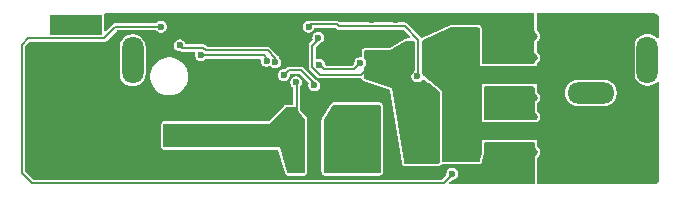
<source format=gbr>
%TF.GenerationSoftware,KiCad,Pcbnew,9.0.1*%
%TF.CreationDate,2025-07-19T16:42:16+10:00*%
%TF.ProjectId,starlink-apo-pcb,73746172-6c69-46e6-9b2d-61706f2d7063,rev?*%
%TF.SameCoordinates,Original*%
%TF.FileFunction,Copper,L2,Bot*%
%TF.FilePolarity,Positive*%
%FSLAX46Y46*%
G04 Gerber Fmt 4.6, Leading zero omitted, Abs format (unit mm)*
G04 Created by KiCad (PCBNEW 9.0.1) date 2025-07-19 16:42:16*
%MOMM*%
%LPD*%
G01*
G04 APERTURE LIST*
%TA.AperFunction,ComponentPad*%
%ADD10R,4.400000X1.800000*%
%TD*%
%TA.AperFunction,ComponentPad*%
%ADD11O,4.000000X1.800000*%
%TD*%
%TA.AperFunction,ComponentPad*%
%ADD12O,1.800000X4.000000*%
%TD*%
%TA.AperFunction,HeatsinkPad*%
%ADD13C,0.600000*%
%TD*%
%TA.AperFunction,HeatsinkPad*%
%ADD14R,1.600000X1.600000*%
%TD*%
%TA.AperFunction,ViaPad*%
%ADD15C,0.600000*%
%TD*%
%TA.AperFunction,Conductor*%
%ADD16C,0.200000*%
%TD*%
%TA.AperFunction,Conductor*%
%ADD17C,1.500000*%
%TD*%
G04 APERTURE END LIST*
D10*
%TO.P,J2,1*%
%TO.N,Net-(D1-A)*%
X150000000Y-68200000D03*
D11*
%TO.P,J2,2*%
%TO.N,GND*%
X150000000Y-74000000D03*
D12*
%TO.P,J2,3*%
%TO.N,N/C*%
X154800000Y-71200000D03*
%TD*%
D13*
%TO.P,U1,17,AGND*%
%TO.N,GND*%
X124300000Y-69700000D03*
X124300000Y-70700000D03*
D14*
X124800000Y-70200000D03*
D13*
X125300000Y-69700000D03*
X125300000Y-70700000D03*
%TD*%
D10*
%TO.P,J1,1*%
%TO.N,Net-(U1-VIN)*%
X106400000Y-68250000D03*
D11*
%TO.P,J1,2*%
%TO.N,GND*%
X106400000Y-74050000D03*
D12*
%TO.P,J1,3*%
%TO.N,N/C*%
X111200000Y-71250000D03*
%TD*%
D15*
%TO.N,GND*%
X128634719Y-71226583D03*
X121700000Y-71800000D03*
X120700000Y-71800000D03*
%TO.N,Net-(U1-VIN)*%
X125048000Y-73102206D03*
%TO.N,ISNS-*%
X124010000Y-72500000D03*
X126587611Y-73357622D03*
%TO.N,GND*%
X103750000Y-77250000D03*
X102750000Y-80250000D03*
X102750000Y-75250000D03*
X114500000Y-79250000D03*
X112500000Y-79250000D03*
X145200000Y-76000000D03*
X119500000Y-79250000D03*
X114500000Y-80800000D03*
X142600000Y-69200000D03*
X144000000Y-79000000D03*
X103750000Y-72250000D03*
X102750000Y-79250000D03*
X105000000Y-77250000D03*
X117000000Y-80800000D03*
X137000000Y-80800000D03*
X103750000Y-79250000D03*
X130001478Y-69509109D03*
X126552242Y-76600000D03*
X119700000Y-71800000D03*
X133250000Y-69000000D03*
X114568992Y-69090857D03*
X126000000Y-67622163D03*
X103750000Y-73250000D03*
X102750000Y-73250000D03*
X105000000Y-75250000D03*
X137500000Y-67800000D03*
X103750000Y-78250000D03*
X117000000Y-79250000D03*
X145200000Y-71000000D03*
X105000000Y-72250000D03*
X107500000Y-77250000D03*
X134200000Y-80800000D03*
X117737651Y-69150000D03*
X126500000Y-79800000D03*
X103750000Y-71250000D03*
X105000000Y-78250000D03*
X130600000Y-73600000D03*
X144000000Y-69200000D03*
X141400000Y-71000000D03*
X142600000Y-79000000D03*
X122000000Y-80000000D03*
X123105650Y-67622163D03*
X123250000Y-80000000D03*
X115750000Y-79250000D03*
X106250000Y-78250000D03*
X105000000Y-76250000D03*
X110000000Y-80250000D03*
X142600000Y-74400000D03*
X119500000Y-80000000D03*
X145200000Y-74400000D03*
X116147643Y-69150000D03*
X133500000Y-67800000D03*
X106250000Y-75250000D03*
X131500000Y-67800000D03*
X106250000Y-80250000D03*
X141400000Y-79000000D03*
X122000000Y-79250000D03*
X102750000Y-77250000D03*
X115900000Y-73700000D03*
X113500000Y-79250000D03*
X145200000Y-69200000D03*
X103750000Y-75250000D03*
X114500000Y-80000000D03*
X108750000Y-79250000D03*
X106250000Y-77250000D03*
X145200000Y-79000000D03*
X105000000Y-80250000D03*
X135500000Y-67800000D03*
X126500000Y-81000000D03*
X107500000Y-79250000D03*
X119500000Y-80800000D03*
X115750000Y-80800000D03*
X102750000Y-71250000D03*
X112800000Y-70900000D03*
X115750000Y-80000000D03*
X144000000Y-71000000D03*
X126500000Y-77700000D03*
X103750000Y-74250000D03*
X120951740Y-69150000D03*
X120750000Y-79250000D03*
X123250000Y-80800000D03*
X103750000Y-80250000D03*
X118250000Y-80000000D03*
X139500000Y-67800000D03*
X142600000Y-76000000D03*
X106250000Y-76250000D03*
X120750000Y-80000000D03*
X102750000Y-74250000D03*
X105000000Y-79250000D03*
X102750000Y-78250000D03*
X111250000Y-79250000D03*
X102750000Y-76250000D03*
X132800000Y-79800000D03*
X103750000Y-76250000D03*
X102750000Y-70250000D03*
X132800000Y-77000000D03*
X141400000Y-69200000D03*
X123250000Y-79250000D03*
X107500000Y-76250000D03*
X118250000Y-80800000D03*
X106250000Y-79250000D03*
X102750000Y-72250000D03*
X144000000Y-74400000D03*
X132800000Y-78400000D03*
X120750000Y-80800000D03*
X107500000Y-78250000D03*
X122000000Y-80800000D03*
X132800000Y-75600000D03*
X124500000Y-67622163D03*
X132800000Y-80800000D03*
X103750000Y-70250000D03*
X144000000Y-76000000D03*
X131400000Y-73600000D03*
X118250000Y-79250000D03*
X126552242Y-75600000D03*
X126500000Y-78800000D03*
X107500000Y-80250000D03*
X142600000Y-71000000D03*
X117000000Y-80000000D03*
X111250000Y-80250000D03*
X108750000Y-80250000D03*
X119327660Y-69150000D03*
X110000000Y-79250000D03*
%TO.N,Net-(L1-Pad1)*%
X131240000Y-80200000D03*
X130200000Y-80200000D03*
X131240000Y-79000000D03*
X128000000Y-80200000D03*
X131240000Y-76600000D03*
X128000000Y-76600000D03*
X131240000Y-75400000D03*
X130200000Y-76600000D03*
X128000000Y-77800000D03*
X130200000Y-79000000D03*
X130200000Y-77800000D03*
X131240000Y-77800000D03*
X128000000Y-79000000D03*
X130200000Y-75400000D03*
%TO.N,Net-(Q2-D)*%
X134000000Y-70500000D03*
X133000000Y-71040000D03*
X131500000Y-71000000D03*
X134000000Y-73500000D03*
X134500000Y-76000000D03*
X134500000Y-77500000D03*
X132190478Y-71539460D03*
X136000000Y-77500000D03*
X136000000Y-79000000D03*
X134000000Y-72000000D03*
X136000000Y-74500000D03*
X133000000Y-72000000D03*
X135500000Y-73500000D03*
X131300000Y-71900000D03*
X126918162Y-69318162D03*
X136000000Y-76000000D03*
X134500000Y-79000000D03*
X134500000Y-74500000D03*
%TO.N,Net-(U1-COMP)*%
X117000000Y-70800000D03*
X122548506Y-71290862D03*
%TO.N,Net-(Q1-G)*%
X126100000Y-68400000D03*
X135317557Y-72599977D03*
%TO.N,Net-(Q2-G)*%
X130476739Y-71476739D03*
X127007200Y-71637500D03*
%TO.N,Net-(U1-FB)*%
X115200000Y-69975000D03*
X123278338Y-71413124D03*
%TO.N,Net-(D1-A)*%
X140000000Y-69500000D03*
X139700000Y-76700000D03*
X139207059Y-68814922D03*
X137000000Y-69500000D03*
X138500000Y-72500000D03*
X113600000Y-68400000D03*
X138250000Y-80850000D03*
X138500000Y-75500000D03*
X139678745Y-79502834D03*
X138500000Y-78500000D03*
X137300000Y-72800000D03*
X139678745Y-78000000D03*
X138500000Y-77000000D03*
X137000000Y-71000000D03*
X139678745Y-75000000D03*
X138500000Y-69500000D03*
X140000000Y-71000000D03*
X138500000Y-71000000D03*
X136240000Y-71783597D03*
X136271085Y-70122095D03*
X139678745Y-73500000D03*
X138500000Y-74000000D03*
X140000000Y-72500000D03*
%TO.N,Net-(U1-VIN)*%
X114200000Y-78000000D03*
X125040921Y-77800000D03*
X122200000Y-78000000D03*
X115600000Y-78000000D03*
X117000000Y-78000000D03*
X125040921Y-79400000D03*
X123800000Y-76400000D03*
X125200000Y-76000000D03*
X120400000Y-78000000D03*
X123800000Y-78000000D03*
X118600000Y-78000000D03*
X118600000Y-77000000D03*
X114200000Y-77000000D03*
X125040921Y-76800000D03*
X125037500Y-80400000D03*
X120400000Y-77000000D03*
X117000000Y-77000000D03*
X115600000Y-77000000D03*
X122200000Y-77000000D03*
%TD*%
D16*
%TO.N,Net-(D1-A)*%
X102649153Y-81649153D02*
X101808164Y-80808164D01*
X102359000Y-69391000D02*
X108759000Y-69391000D01*
X137532427Y-81649153D02*
X102649153Y-81649153D01*
X101808164Y-80808164D02*
X101808164Y-69941836D01*
X138250000Y-80850000D02*
X138250000Y-80931580D01*
X138250000Y-80931580D02*
X137532427Y-81649153D01*
X101808164Y-69941836D02*
X102359000Y-69391000D01*
X108759000Y-69391000D02*
X109750000Y-68400000D01*
X109750000Y-68400000D02*
X113600000Y-68400000D01*
D17*
X140000000Y-76518463D02*
X140000000Y-79100000D01*
D16*
%TO.N,Net-(Q1-G)*%
X126100000Y-68400000D02*
X126300000Y-68200000D01*
X128500000Y-68200000D02*
X128641000Y-68341000D01*
X126300000Y-68200000D02*
X128500000Y-68200000D01*
X128641000Y-68341000D02*
X134241000Y-68341000D01*
X134241000Y-68341000D02*
X135400000Y-69500000D01*
X135400000Y-69500000D02*
X135400000Y-72517534D01*
X135400000Y-72517534D02*
X135317557Y-72599977D01*
%TO.N,Net-(U1-VIN)*%
X125048000Y-73102206D02*
X125051828Y-73106034D01*
X125051828Y-73106034D02*
X125051828Y-73224655D01*
X125100000Y-75900000D02*
X125200000Y-76000000D01*
X125051828Y-73224655D02*
X125100000Y-73272827D01*
X125100000Y-73272827D02*
X125100000Y-75900000D01*
%TO.N,Net-(Q2-D)*%
X126918162Y-69318162D02*
X126918162Y-69481838D01*
X126400000Y-70000000D02*
X126400000Y-71800000D01*
X126918162Y-69481838D02*
X126400000Y-70000000D01*
X126400000Y-71800000D02*
X127058877Y-72458877D01*
X127058877Y-72458877D02*
X130541123Y-72458877D01*
X131100000Y-71900000D02*
X131300000Y-71900000D01*
X130541123Y-72458877D02*
X131100000Y-71900000D01*
%TO.N,ISNS-*%
X126587611Y-73357622D02*
X126587611Y-73187611D01*
X125500000Y-72100000D02*
X124410000Y-72100000D01*
X126587611Y-73187611D02*
X125500000Y-72100000D01*
X124410000Y-72100000D02*
X124010000Y-72500000D01*
%TO.N,Net-(U1-COMP)*%
X122600000Y-71239368D02*
X122600000Y-71118053D01*
X122548506Y-71290862D02*
X122600000Y-71239368D01*
X122303390Y-70821443D02*
X117021443Y-70821443D01*
X122600000Y-71118053D02*
X122303390Y-70821443D01*
X117021443Y-70821443D02*
X117000000Y-70800000D01*
%TO.N,Net-(Q2-G)*%
X127442300Y-72000000D02*
X127079800Y-71637500D01*
X129953478Y-72000000D02*
X127442300Y-72000000D01*
X130476739Y-71476739D02*
X129953478Y-72000000D01*
X127079800Y-71637500D02*
X127007200Y-71637500D01*
%TO.N,Net-(U1-FB)*%
X123278338Y-71413124D02*
X123278338Y-71031301D01*
X115345160Y-70120160D02*
X115345160Y-69975000D01*
X117400000Y-70400000D02*
X117200000Y-70200000D01*
X123278338Y-71031301D02*
X122647037Y-70400000D01*
X117200000Y-70200000D02*
X115425000Y-70200000D01*
X115425000Y-70200000D02*
X115345160Y-70120160D01*
X122647037Y-70400000D02*
X117400000Y-70400000D01*
D17*
%TO.N,Net-(D1-A)*%
X140000000Y-72500000D02*
X140000000Y-76821255D01*
X150000000Y-68200000D02*
X150000000Y-69000000D01*
X150000000Y-69000000D02*
X146500000Y-72500000D01*
X146500000Y-72500000D02*
X140000000Y-72500000D01*
X140000000Y-76821255D02*
X140428745Y-77250000D01*
X140428745Y-77250000D02*
X146500000Y-77250000D01*
%TD*%
%TA.AperFunction,Conductor*%
%TO.N,Net-(Q2-D)*%
G36*
X135042539Y-69619685D02*
G01*
X135088294Y-69672489D01*
X135099500Y-69724000D01*
X135099500Y-72076353D01*
X135079815Y-72143392D01*
X135037500Y-72183740D01*
X135010246Y-72199474D01*
X135010240Y-72199479D01*
X134917059Y-72292660D01*
X134917057Y-72292663D01*
X134851165Y-72406789D01*
X134817057Y-72534085D01*
X134817057Y-72665868D01*
X134851165Y-72793164D01*
X134855247Y-72800234D01*
X134917057Y-72907291D01*
X135010243Y-73000477D01*
X135124371Y-73066369D01*
X135251665Y-73100477D01*
X135251667Y-73100477D01*
X135383447Y-73100477D01*
X135383449Y-73100477D01*
X135510743Y-73066369D01*
X135624871Y-73000477D01*
X135703330Y-72922017D01*
X135764649Y-72888535D01*
X135834341Y-72893519D01*
X135859788Y-72906525D01*
X136253194Y-73168796D01*
X136260505Y-73174065D01*
X137146630Y-73863274D01*
X137187461Y-73919969D01*
X137194500Y-73961152D01*
X137194500Y-79726007D01*
X137199289Y-79770539D01*
X137200000Y-79783795D01*
X137200000Y-79876000D01*
X137180315Y-79943039D01*
X137127511Y-79988794D01*
X137076000Y-80000000D01*
X134306129Y-80000000D01*
X134239090Y-79980315D01*
X134193335Y-79927511D01*
X134183616Y-79895143D01*
X134164147Y-79770539D01*
X133200000Y-73600000D01*
X132428262Y-73342754D01*
X130884788Y-72828262D01*
X130827413Y-72788388D01*
X130800705Y-72723824D01*
X130800000Y-72710625D01*
X130800000Y-71912654D01*
X130819685Y-71845615D01*
X130836319Y-71824973D01*
X130845803Y-71815489D01*
X130877239Y-71784053D01*
X130943131Y-71669925D01*
X130977239Y-71542631D01*
X130977239Y-71410847D01*
X130943131Y-71283553D01*
X130877239Y-71169425D01*
X130836319Y-71128505D01*
X130802834Y-71067182D01*
X130800000Y-71040824D01*
X130800000Y-70524000D01*
X130819685Y-70456961D01*
X130872489Y-70411206D01*
X130924000Y-70400000D01*
X133000000Y-70400000D01*
X134183000Y-69724000D01*
X134371409Y-69616338D01*
X134432930Y-69600000D01*
X134975500Y-69600000D01*
X135042539Y-69619685D01*
G37*
%TD.AperFunction*%
%TD*%
%TA.AperFunction,Conductor*%
%TO.N,GND*%
G36*
X145101758Y-67250542D02*
G01*
X145159947Y-67269449D01*
X145195911Y-67318949D01*
X145199828Y-67363062D01*
X145197985Y-67376424D01*
X145197984Y-67376446D01*
X145205464Y-68674170D01*
X145211394Y-68722014D01*
X145225176Y-68778116D01*
X145229216Y-68792335D01*
X145234081Y-68800503D01*
X145264617Y-68851770D01*
X145276018Y-68870910D01*
X145276018Y-68870911D01*
X145320592Y-68917658D01*
X145324231Y-68921474D01*
X145370206Y-68957630D01*
X145370209Y-68957631D01*
X145370212Y-68957634D01*
X145373138Y-68959615D01*
X145372988Y-68959835D01*
X145390340Y-68973148D01*
X145408693Y-68991500D01*
X145426842Y-69009649D01*
X145442574Y-69030152D01*
X145468379Y-69074846D01*
X145478269Y-69098723D01*
X145491626Y-69148570D01*
X145495000Y-69174194D01*
X145495000Y-69225804D01*
X145491626Y-69251428D01*
X145478269Y-69301275D01*
X145468379Y-69325151D01*
X145442574Y-69369846D01*
X145426842Y-69390350D01*
X145389404Y-69427788D01*
X145378428Y-69436773D01*
X145378656Y-69437076D01*
X145336788Y-69468510D01*
X145294094Y-69509453D01*
X145283004Y-69520948D01*
X145283002Y-69520951D01*
X145238817Y-69601019D01*
X145238816Y-69601021D01*
X145230225Y-69630917D01*
X145219659Y-69667686D01*
X145219518Y-69668175D01*
X145211528Y-69726114D01*
X145211527Y-69726125D01*
X145215873Y-70480180D01*
X145221803Y-70528024D01*
X145235588Y-70584140D01*
X145239623Y-70598339D01*
X145239624Y-70598341D01*
X145248570Y-70613362D01*
X145286421Y-70676914D01*
X145286424Y-70676918D01*
X145334629Y-70727476D01*
X145334639Y-70727485D01*
X145377005Y-70760802D01*
X145385811Y-70768617D01*
X145426842Y-70809648D01*
X145442574Y-70830152D01*
X145468379Y-70874847D01*
X145478269Y-70898723D01*
X145491626Y-70948570D01*
X145495000Y-70974194D01*
X145495000Y-71025804D01*
X145491626Y-71051428D01*
X145478269Y-71101275D01*
X145468379Y-71125151D01*
X145442574Y-71169846D01*
X145426842Y-71190350D01*
X145382275Y-71234917D01*
X145371717Y-71244078D01*
X145347125Y-71262543D01*
X145347119Y-71262549D01*
X145304433Y-71303485D01*
X145293343Y-71314981D01*
X145249158Y-71395049D01*
X145249157Y-71395051D01*
X145229857Y-71462209D01*
X145229857Y-71462212D01*
X145229608Y-71464021D01*
X145229371Y-71464509D01*
X145229125Y-71465673D01*
X145228837Y-71465612D01*
X145202931Y-71519084D01*
X145148983Y-71547951D01*
X145131536Y-71549500D01*
X140904500Y-71549500D01*
X140846309Y-71530593D01*
X140810345Y-71481093D01*
X140805500Y-71450500D01*
X140805500Y-68574005D01*
X140805500Y-68574000D01*
X140800803Y-68530316D01*
X140789597Y-68478805D01*
X140787110Y-68468627D01*
X140744100Y-68387915D01*
X140698345Y-68335111D01*
X140680754Y-68317157D01*
X140680753Y-68317156D01*
X140680752Y-68317155D01*
X140680750Y-68317153D01*
X140600941Y-68272511D01*
X140600937Y-68272509D01*
X140533904Y-68252826D01*
X140533895Y-68252824D01*
X140487684Y-68246180D01*
X140476000Y-68244500D01*
X138254512Y-68244500D01*
X138254506Y-68244500D01*
X138254494Y-68244501D01*
X138212460Y-68248849D01*
X138212437Y-68248853D01*
X138162731Y-68259250D01*
X138162723Y-68259252D01*
X138122446Y-68272124D01*
X135731932Y-69317973D01*
X135671042Y-69323974D01*
X135622249Y-69297278D01*
X134425511Y-68100540D01*
X134425508Y-68100538D01*
X134425507Y-68100537D01*
X134411909Y-68092687D01*
X134411909Y-68092686D01*
X134411905Y-68092685D01*
X134373487Y-68070504D01*
X134356988Y-68060978D01*
X134280564Y-68040500D01*
X134280562Y-68040500D01*
X128806479Y-68040500D01*
X128748288Y-68021593D01*
X128736476Y-68011504D01*
X128684510Y-67959539D01*
X128615992Y-67919980D01*
X128615988Y-67919978D01*
X128539564Y-67899500D01*
X128539562Y-67899500D01*
X126339562Y-67899500D01*
X126260438Y-67899500D01*
X126238783Y-67905302D01*
X126187542Y-67905301D01*
X126165892Y-67899500D01*
X126034108Y-67899500D01*
X125957682Y-67919978D01*
X125906809Y-67933609D01*
X125792690Y-67999496D01*
X125699496Y-68092690D01*
X125633609Y-68206809D01*
X125621279Y-68252826D01*
X125599500Y-68334108D01*
X125599500Y-68465892D01*
X125628467Y-68574000D01*
X125633609Y-68593190D01*
X125699496Y-68707309D01*
X125699498Y-68707311D01*
X125699500Y-68707314D01*
X125792686Y-68800500D01*
X125792688Y-68800501D01*
X125792690Y-68800503D01*
X125906810Y-68866390D01*
X125906808Y-68866390D01*
X125906812Y-68866391D01*
X125906814Y-68866392D01*
X126034108Y-68900500D01*
X126034110Y-68900500D01*
X126165890Y-68900500D01*
X126165892Y-68900500D01*
X126293186Y-68866392D01*
X126293188Y-68866390D01*
X126293190Y-68866390D01*
X126407309Y-68800503D01*
X126407309Y-68800502D01*
X126407314Y-68800500D01*
X126500500Y-68707314D01*
X126566392Y-68593186D01*
X126571565Y-68573876D01*
X126604888Y-68522563D01*
X126662010Y-68500636D01*
X126667192Y-68500500D01*
X128334521Y-68500500D01*
X128392712Y-68519407D01*
X128404524Y-68529496D01*
X128456489Y-68581460D01*
X128525007Y-68621019D01*
X128525011Y-68621021D01*
X128601435Y-68641499D01*
X128601437Y-68641500D01*
X128601438Y-68641500D01*
X134075521Y-68641500D01*
X134133712Y-68660407D01*
X134145525Y-68670496D01*
X134700525Y-69225496D01*
X134728302Y-69280013D01*
X134718731Y-69340445D01*
X134675466Y-69383710D01*
X134630521Y-69394500D01*
X134432930Y-69394500D01*
X134413142Y-69397082D01*
X134380191Y-69401382D01*
X134380185Y-69401383D01*
X134380184Y-69401384D01*
X134369062Y-69404337D01*
X134318666Y-69417720D01*
X134318651Y-69417726D01*
X134269454Y-69437912D01*
X132968253Y-70181456D01*
X132919135Y-70194500D01*
X130924000Y-70194500D01*
X130892797Y-70197855D01*
X130880314Y-70199197D01*
X130828800Y-70210404D01*
X130818628Y-70212889D01*
X130737914Y-70255900D01*
X130685113Y-70301653D01*
X130685098Y-70301667D01*
X130667155Y-70319247D01*
X130667153Y-70319249D01*
X130622511Y-70399058D01*
X130622509Y-70399062D01*
X130602826Y-70466095D01*
X130602824Y-70466104D01*
X130594500Y-70524000D01*
X130594500Y-70877239D01*
X130575593Y-70935430D01*
X130526093Y-70971394D01*
X130495500Y-70976239D01*
X130410847Y-70976239D01*
X130332939Y-70997114D01*
X130283548Y-71010348D01*
X130169429Y-71076235D01*
X130076235Y-71169429D01*
X130010348Y-71283548D01*
X130010347Y-71283553D01*
X129980472Y-71395051D01*
X129976239Y-71410848D01*
X129976239Y-71511260D01*
X129973770Y-71518857D01*
X129975020Y-71526746D01*
X129964496Y-71547399D01*
X129957332Y-71569451D01*
X129947243Y-71581263D01*
X129858004Y-71670503D01*
X129803488Y-71698281D01*
X129788000Y-71699500D01*
X127607779Y-71699500D01*
X127549588Y-71680593D01*
X127537775Y-71670504D01*
X127536696Y-71669425D01*
X127508919Y-71614908D01*
X127507700Y-71599421D01*
X127507700Y-71571609D01*
X127501213Y-71547399D01*
X127473592Y-71444314D01*
X127473590Y-71444311D01*
X127473590Y-71444309D01*
X127407703Y-71330190D01*
X127407701Y-71330188D01*
X127407700Y-71330186D01*
X127314514Y-71237000D01*
X127314511Y-71236998D01*
X127314509Y-71236996D01*
X127200389Y-71171109D01*
X127200391Y-71171109D01*
X127150999Y-71157875D01*
X127073092Y-71137000D01*
X126941308Y-71137000D01*
X126907345Y-71146100D01*
X126825122Y-71168131D01*
X126764021Y-71164928D01*
X126716471Y-71126423D01*
X126700500Y-71072504D01*
X126700500Y-70165477D01*
X126719407Y-70107286D01*
X126729490Y-70095480D01*
X126995697Y-69829272D01*
X127040075Y-69803650D01*
X127111348Y-69784554D01*
X127225476Y-69718662D01*
X127318662Y-69625476D01*
X127318665Y-69625471D01*
X127384552Y-69511352D01*
X127384552Y-69511350D01*
X127384554Y-69511348D01*
X127418662Y-69384054D01*
X127418662Y-69252270D01*
X127384554Y-69124976D01*
X127384552Y-69124973D01*
X127384552Y-69124971D01*
X127318665Y-69010852D01*
X127318663Y-69010850D01*
X127318662Y-69010848D01*
X127225476Y-68917662D01*
X127225473Y-68917660D01*
X127225471Y-68917658D01*
X127111351Y-68851771D01*
X127111353Y-68851771D01*
X127061961Y-68838537D01*
X126984054Y-68817662D01*
X126852270Y-68817662D01*
X126774362Y-68838537D01*
X126724971Y-68851771D01*
X126610852Y-68917658D01*
X126517658Y-69010852D01*
X126451771Y-69124971D01*
X126445448Y-69148570D01*
X126421262Y-69238837D01*
X126417662Y-69252271D01*
X126417662Y-69384053D01*
X126439493Y-69465532D01*
X126436290Y-69526634D01*
X126413870Y-69561157D01*
X126215489Y-69759539D01*
X126159539Y-69815489D01*
X126119980Y-69884007D01*
X126119978Y-69884011D01*
X126099500Y-69960435D01*
X126099500Y-71839564D01*
X126119977Y-71915985D01*
X126119979Y-71915989D01*
X126155078Y-71976783D01*
X126159540Y-71984511D01*
X126874366Y-72699337D01*
X126874368Y-72699338D01*
X126874370Y-72699340D01*
X126942885Y-72738897D01*
X126942883Y-72738897D01*
X126942887Y-72738898D01*
X126942889Y-72738899D01*
X127019315Y-72759377D01*
X127019317Y-72759377D01*
X130526840Y-72759377D01*
X130585031Y-72778284D01*
X130618321Y-72820533D01*
X130637521Y-72866946D01*
X130637528Y-72866962D01*
X130645381Y-72883075D01*
X130648533Y-72889542D01*
X130677759Y-72921611D01*
X130710137Y-72957139D01*
X130767508Y-72997010D01*
X130767510Y-72997011D01*
X130767512Y-72997012D01*
X130819803Y-73023216D01*
X132959086Y-73736311D01*
X133008310Y-73772649D01*
X133025591Y-73814947D01*
X133980579Y-79926861D01*
X133980580Y-79926867D01*
X133981463Y-79930754D01*
X133986798Y-79954249D01*
X133996514Y-79986606D01*
X133996515Y-79986608D01*
X134000636Y-79994100D01*
X134038029Y-80062085D01*
X134083784Y-80114889D01*
X134083796Y-80114901D01*
X134101376Y-80132844D01*
X134101378Y-80132846D01*
X134181187Y-80177488D01*
X134181191Y-80177490D01*
X134222423Y-80189597D01*
X134248231Y-80197175D01*
X134306129Y-80205500D01*
X134306130Y-80205500D01*
X137075995Y-80205500D01*
X137076000Y-80205500D01*
X137119684Y-80200803D01*
X137171195Y-80189597D01*
X137181373Y-80187110D01*
X137262085Y-80144100D01*
X137314889Y-80098345D01*
X137332843Y-80080754D01*
X137332846Y-80080747D01*
X137336941Y-80075393D01*
X137387304Y-80040648D01*
X137443482Y-80040533D01*
X137466102Y-80047175D01*
X137524000Y-80055500D01*
X137524001Y-80055500D01*
X140475995Y-80055500D01*
X140476000Y-80055500D01*
X140519684Y-80050803D01*
X140571195Y-80039597D01*
X140581373Y-80037110D01*
X140662085Y-79994100D01*
X140714889Y-79948345D01*
X140732843Y-79930754D01*
X140732844Y-79930751D01*
X140732846Y-79930750D01*
X140777488Y-79850941D01*
X140777490Y-79850937D01*
X140797173Y-79783904D01*
X140797175Y-79783898D01*
X140805500Y-79726000D01*
X140805500Y-79635370D01*
X140822186Y-79580367D01*
X140842317Y-79550239D01*
X140842318Y-79550236D01*
X140842322Y-79550231D01*
X140913973Y-79377251D01*
X140950500Y-79193616D01*
X140950500Y-78299500D01*
X140969407Y-78241309D01*
X141018907Y-78205345D01*
X141049500Y-78200500D01*
X145161940Y-78200500D01*
X145220131Y-78219407D01*
X145256095Y-78268907D01*
X145260938Y-78298929D01*
X145262156Y-78510374D01*
X145263398Y-78531776D01*
X145265753Y-78553089D01*
X145266229Y-78557398D01*
X145290123Y-78633320D01*
X145323608Y-78694643D01*
X145358661Y-78741467D01*
X145358662Y-78741468D01*
X145426842Y-78809648D01*
X145442574Y-78830152D01*
X145468379Y-78874847D01*
X145478269Y-78898723D01*
X145491626Y-78948570D01*
X145495000Y-78974194D01*
X145495000Y-79025804D01*
X145491626Y-79051428D01*
X145478269Y-79101275D01*
X145468379Y-79125152D01*
X145442575Y-79169845D01*
X145426844Y-79190346D01*
X145364286Y-79252905D01*
X145364284Y-79252908D01*
X145349212Y-79269736D01*
X145349196Y-79269755D01*
X145332196Y-79290979D01*
X145332193Y-79290984D01*
X145295078Y-79362692D01*
X145275781Y-79429841D01*
X145275781Y-79429842D01*
X145267791Y-79487783D01*
X145267790Y-79487794D01*
X145280122Y-81627414D01*
X145280124Y-81627440D01*
X145281476Y-81639521D01*
X145269156Y-81699454D01*
X145223962Y-81740698D01*
X145183090Y-81749529D01*
X138096007Y-81749550D01*
X138037816Y-81730643D01*
X138001852Y-81681143D01*
X138001852Y-81619958D01*
X138026004Y-81580546D01*
X138059751Y-81546800D01*
X138227055Y-81379496D01*
X138281571Y-81351719D01*
X138297058Y-81350500D01*
X138315890Y-81350500D01*
X138315892Y-81350500D01*
X138443186Y-81316392D01*
X138443188Y-81316390D01*
X138443190Y-81316390D01*
X138557309Y-81250503D01*
X138557309Y-81250502D01*
X138557314Y-81250500D01*
X138650500Y-81157314D01*
X138716392Y-81043186D01*
X138750500Y-80915892D01*
X138750500Y-80784108D01*
X138716392Y-80656814D01*
X138716390Y-80656811D01*
X138716390Y-80656809D01*
X138650503Y-80542690D01*
X138650501Y-80542688D01*
X138650500Y-80542686D01*
X138557314Y-80449500D01*
X138557311Y-80449498D01*
X138557309Y-80449496D01*
X138443189Y-80383609D01*
X138443191Y-80383609D01*
X138393799Y-80370375D01*
X138315892Y-80349500D01*
X138184108Y-80349500D01*
X138106200Y-80370375D01*
X138056809Y-80383609D01*
X137942690Y-80449496D01*
X137849496Y-80542690D01*
X137783609Y-80656809D01*
X137783608Y-80656814D01*
X137750234Y-80781371D01*
X137749500Y-80784109D01*
X137749500Y-80915891D01*
X137753983Y-80932623D01*
X137750780Y-80993725D01*
X137728360Y-81028248D01*
X137436953Y-81319656D01*
X137382436Y-81347434D01*
X137366949Y-81348653D01*
X102814632Y-81348653D01*
X102756441Y-81329746D01*
X102744628Y-81319657D01*
X102137660Y-80712689D01*
X102109883Y-80658172D01*
X102108664Y-80642685D01*
X102108664Y-76724000D01*
X113594500Y-76724000D01*
X113594500Y-78476000D01*
X113598196Y-78510374D01*
X113599197Y-78519685D01*
X113610404Y-78571199D01*
X113612889Y-78581371D01*
X113612889Y-78581372D01*
X113612890Y-78581373D01*
X113655900Y-78662085D01*
X113701655Y-78714889D01*
X113701667Y-78714901D01*
X113719247Y-78732844D01*
X113719249Y-78732846D01*
X113799058Y-78777488D01*
X113799062Y-78777490D01*
X113866095Y-78797173D01*
X113866102Y-78797175D01*
X113924000Y-78805500D01*
X123436641Y-78805500D01*
X123494832Y-78824407D01*
X123530796Y-78873907D01*
X123531263Y-78875385D01*
X124115116Y-80772902D01*
X124119456Y-80785532D01*
X124125179Y-80800573D01*
X124125181Y-80800578D01*
X124161946Y-80862085D01*
X124207701Y-80914889D01*
X124207713Y-80914901D01*
X124225293Y-80932844D01*
X124225295Y-80932846D01*
X124305104Y-80977488D01*
X124305108Y-80977490D01*
X124372141Y-80997173D01*
X124372148Y-80997175D01*
X124430046Y-81005500D01*
X124430047Y-81005500D01*
X125675995Y-81005500D01*
X125676000Y-81005500D01*
X125719684Y-81000803D01*
X125771195Y-80989597D01*
X125781373Y-80987110D01*
X125862085Y-80944100D01*
X125914889Y-80898345D01*
X125932843Y-80880754D01*
X125932844Y-80880751D01*
X125932846Y-80880750D01*
X125977488Y-80800941D01*
X125977490Y-80800937D01*
X125997173Y-80733904D01*
X125997175Y-80733898D01*
X126005500Y-80676000D01*
X126005500Y-76340322D01*
X126005424Y-76335097D01*
X127194500Y-76335097D01*
X127194500Y-80676000D01*
X127198445Y-80712689D01*
X127199197Y-80719685D01*
X127210404Y-80771199D01*
X127212889Y-80781371D01*
X127212889Y-80781372D01*
X127212890Y-80781373D01*
X127255900Y-80862085D01*
X127301655Y-80914889D01*
X127301667Y-80914901D01*
X127319247Y-80932844D01*
X127319249Y-80932846D01*
X127399058Y-80977488D01*
X127399062Y-80977490D01*
X127466095Y-80997173D01*
X127466102Y-80997175D01*
X127524000Y-81005500D01*
X127524001Y-81005500D01*
X132075995Y-81005500D01*
X132076000Y-81005500D01*
X132119684Y-81000803D01*
X132171195Y-80989597D01*
X132181373Y-80987110D01*
X132262085Y-80944100D01*
X132314889Y-80898345D01*
X132332843Y-80880754D01*
X132332844Y-80880751D01*
X132332846Y-80880750D01*
X132377488Y-80800941D01*
X132377490Y-80800937D01*
X132397173Y-80733904D01*
X132397175Y-80733898D01*
X132405500Y-80676000D01*
X132405500Y-75124000D01*
X132400803Y-75080316D01*
X132389597Y-75028805D01*
X132387110Y-75018627D01*
X132344100Y-74937915D01*
X132298345Y-74885111D01*
X132280754Y-74867157D01*
X132280753Y-74867156D01*
X132280752Y-74867155D01*
X132280750Y-74867153D01*
X132200941Y-74822511D01*
X132200937Y-74822509D01*
X132133904Y-74802826D01*
X132133895Y-74802824D01*
X132087684Y-74796180D01*
X132076000Y-74794500D01*
X128269291Y-74794500D01*
X128269290Y-74794500D01*
X128223644Y-74799633D01*
X128169962Y-74811861D01*
X128157863Y-74815006D01*
X128157855Y-74815009D01*
X128078006Y-74859583D01*
X128078001Y-74859588D01*
X128026098Y-74906368D01*
X127988674Y-74951303D01*
X127988665Y-74951316D01*
X127243378Y-76162405D01*
X127243376Y-76162409D01*
X127220662Y-76214141D01*
X127202266Y-76279135D01*
X127195589Y-76327254D01*
X127194500Y-76335097D01*
X126005424Y-76335097D01*
X126005414Y-76334394D01*
X126005208Y-76327256D01*
X125993310Y-76264034D01*
X125969799Y-76198239D01*
X125942478Y-76146520D01*
X125627734Y-75713746D01*
X125419435Y-75427334D01*
X125400500Y-75369152D01*
X125400500Y-73498527D01*
X125419407Y-73440336D01*
X125429490Y-73428529D01*
X125448500Y-73409520D01*
X125501723Y-73317335D01*
X125514390Y-73295396D01*
X125514390Y-73295394D01*
X125514392Y-73295392D01*
X125548500Y-73168098D01*
X125548500Y-73036314D01*
X125514392Y-72909020D01*
X125514390Y-72909017D01*
X125514390Y-72909015D01*
X125448503Y-72794896D01*
X125448501Y-72794894D01*
X125448500Y-72794892D01*
X125355314Y-72701706D01*
X125355311Y-72701704D01*
X125355309Y-72701702D01*
X125241189Y-72635815D01*
X125241191Y-72635815D01*
X125191799Y-72622581D01*
X125113892Y-72601706D01*
X124982108Y-72601706D01*
X124904200Y-72622581D01*
X124854809Y-72635815D01*
X124740690Y-72701702D01*
X124647496Y-72794896D01*
X124581609Y-72909015D01*
X124568720Y-72957118D01*
X124547500Y-73036314D01*
X124547500Y-73168098D01*
X124557456Y-73205255D01*
X124581609Y-73295396D01*
X124647496Y-73409515D01*
X124647498Y-73409517D01*
X124647500Y-73409520D01*
X124740686Y-73502706D01*
X124750000Y-73508083D01*
X124790940Y-73553549D01*
X124799500Y-73593819D01*
X124799500Y-74895500D01*
X124780593Y-74953691D01*
X124731093Y-74989655D01*
X124700500Y-74994500D01*
X124251343Y-74994500D01*
X124229405Y-74995677D01*
X124229398Y-74995677D01*
X124229393Y-74995678D01*
X124220894Y-74996591D01*
X124203038Y-74998511D01*
X124203033Y-74998512D01*
X124126520Y-75022469D01*
X124065193Y-75055957D01*
X124018369Y-75091010D01*
X122743876Y-76365504D01*
X122689359Y-76393281D01*
X122673872Y-76394500D01*
X113924000Y-76394500D01*
X113892797Y-76397855D01*
X113880314Y-76399197D01*
X113828800Y-76410404D01*
X113818628Y-76412889D01*
X113737914Y-76455900D01*
X113685113Y-76501653D01*
X113685098Y-76501667D01*
X113667155Y-76519247D01*
X113667153Y-76519249D01*
X113622511Y-76599058D01*
X113622509Y-76599062D01*
X113602826Y-76666095D01*
X113602824Y-76666104D01*
X113594500Y-76724000D01*
X102108664Y-76724000D01*
X102108664Y-70107315D01*
X102111132Y-70099717D01*
X102109883Y-70091828D01*
X102120407Y-70071172D01*
X102122937Y-70063385D01*
X110099500Y-70063385D01*
X110099500Y-72436614D01*
X110126597Y-72607702D01*
X110126598Y-72607706D01*
X110180123Y-72772438D01*
X110180125Y-72772441D01*
X110249714Y-72909020D01*
X110258768Y-72926788D01*
X110360586Y-73066928D01*
X110483072Y-73189414D01*
X110623212Y-73291232D01*
X110777555Y-73369873D01*
X110777557Y-73369873D01*
X110777558Y-73369874D01*
X110777561Y-73369876D01*
X110942293Y-73423401D01*
X110942297Y-73423402D01*
X111113386Y-73450500D01*
X111113389Y-73450500D01*
X111286614Y-73450500D01*
X111457702Y-73423402D01*
X111457706Y-73423401D01*
X111622438Y-73369876D01*
X111622440Y-73369874D01*
X111622445Y-73369873D01*
X111776788Y-73291232D01*
X111916928Y-73189414D01*
X112039414Y-73066928D01*
X112141232Y-72926788D01*
X112219873Y-72772445D01*
X112219874Y-72772440D01*
X112219876Y-72772438D01*
X112273401Y-72607706D01*
X112273402Y-72607701D01*
X112294574Y-72474034D01*
X112699500Y-72474034D01*
X112699500Y-72725965D01*
X112738908Y-72974780D01*
X112816759Y-73214379D01*
X112925870Y-73428523D01*
X112931130Y-73438845D01*
X113079207Y-73642656D01*
X113257344Y-73820793D01*
X113461155Y-73968870D01*
X113685621Y-74083241D01*
X113925215Y-74161090D01*
X113925216Y-74161090D01*
X113925219Y-74161091D01*
X114174035Y-74200500D01*
X114174038Y-74200500D01*
X114425965Y-74200500D01*
X114674780Y-74161091D01*
X114674781Y-74161090D01*
X114674785Y-74161090D01*
X114914379Y-74083241D01*
X115138845Y-73968870D01*
X115342656Y-73820793D01*
X115520793Y-73642656D01*
X115668870Y-73438845D01*
X115783241Y-73214379D01*
X115861090Y-72974785D01*
X115861091Y-72974780D01*
X115900500Y-72725965D01*
X115900500Y-72474036D01*
X115895601Y-72443107D01*
X115895601Y-72443106D01*
X115894176Y-72434108D01*
X123509500Y-72434108D01*
X123509500Y-72565892D01*
X123528236Y-72635815D01*
X123543609Y-72693190D01*
X123609496Y-72807309D01*
X123609498Y-72807311D01*
X123609500Y-72807314D01*
X123702686Y-72900500D01*
X123702688Y-72900501D01*
X123702690Y-72900503D01*
X123816810Y-72966390D01*
X123816808Y-72966390D01*
X123816812Y-72966391D01*
X123816814Y-72966392D01*
X123944108Y-73000500D01*
X123944110Y-73000500D01*
X124075890Y-73000500D01*
X124075892Y-73000500D01*
X124203186Y-72966392D01*
X124203188Y-72966390D01*
X124203190Y-72966390D01*
X124317309Y-72900503D01*
X124317309Y-72900502D01*
X124317314Y-72900500D01*
X124410500Y-72807314D01*
X124410503Y-72807309D01*
X124476390Y-72693190D01*
X124476390Y-72693188D01*
X124476392Y-72693186D01*
X124510500Y-72565892D01*
X124510500Y-72499500D01*
X124529407Y-72441309D01*
X124578907Y-72405345D01*
X124609500Y-72400500D01*
X125334521Y-72400500D01*
X125392712Y-72419407D01*
X125404525Y-72429496D01*
X126084658Y-73109629D01*
X126112435Y-73164146D01*
X126110281Y-73205255D01*
X126087244Y-73291232D01*
X126087111Y-73291730D01*
X126087111Y-73423514D01*
X126112671Y-73518907D01*
X126121220Y-73550812D01*
X126187107Y-73664931D01*
X126187109Y-73664933D01*
X126187111Y-73664936D01*
X126280297Y-73758122D01*
X126280299Y-73758123D01*
X126280301Y-73758125D01*
X126394421Y-73824012D01*
X126394419Y-73824012D01*
X126394423Y-73824013D01*
X126394425Y-73824014D01*
X126521719Y-73858122D01*
X126521721Y-73858122D01*
X126653501Y-73858122D01*
X126653503Y-73858122D01*
X126780797Y-73824014D01*
X126780799Y-73824012D01*
X126780801Y-73824012D01*
X126894920Y-73758125D01*
X126894920Y-73758124D01*
X126894925Y-73758122D01*
X126988111Y-73664936D01*
X126993020Y-73656433D01*
X127054001Y-73550812D01*
X127054001Y-73550810D01*
X127054003Y-73550808D01*
X127088111Y-73423514D01*
X127088111Y-73291730D01*
X127054003Y-73164436D01*
X127054001Y-73164433D01*
X127054001Y-73164431D01*
X126988114Y-73050312D01*
X126988112Y-73050310D01*
X126988111Y-73050308D01*
X126894925Y-72957122D01*
X126894922Y-72957120D01*
X126894920Y-72957118D01*
X126780800Y-72891231D01*
X126780796Y-72891229D01*
X126718180Y-72874451D01*
X126673800Y-72848829D01*
X126195408Y-72370437D01*
X125684511Y-71859540D01*
X125676225Y-71854756D01*
X125615989Y-71819979D01*
X125615987Y-71819978D01*
X125615985Y-71819977D01*
X125539564Y-71799500D01*
X125539562Y-71799500D01*
X124370438Y-71799500D01*
X124370435Y-71799500D01*
X124294014Y-71819977D01*
X124294011Y-71819979D01*
X124233775Y-71854756D01*
X124225489Y-71859540D01*
X124113459Y-71971568D01*
X124112358Y-71972605D01*
X124085991Y-71985041D01*
X124060008Y-71998281D01*
X124057506Y-71998477D01*
X124057019Y-71998708D01*
X124056304Y-71998572D01*
X124044521Y-71999500D01*
X123944108Y-71999500D01*
X123866200Y-72020375D01*
X123816809Y-72033609D01*
X123702690Y-72099496D01*
X123609496Y-72192690D01*
X123543609Y-72306809D01*
X123543608Y-72306814D01*
X123509500Y-72434108D01*
X115894176Y-72434108D01*
X115861091Y-72225219D01*
X115850522Y-72192690D01*
X115783241Y-71985621D01*
X115668870Y-71761155D01*
X115520793Y-71557344D01*
X115342656Y-71379207D01*
X115138845Y-71231130D01*
X115138844Y-71231129D01*
X115138842Y-71231128D01*
X114914379Y-71116759D01*
X114674780Y-71038908D01*
X114425965Y-70999500D01*
X114425962Y-70999500D01*
X114174038Y-70999500D01*
X114174035Y-70999500D01*
X113925219Y-71038908D01*
X113685620Y-71116759D01*
X113461157Y-71231128D01*
X113257345Y-71379206D01*
X113079206Y-71557345D01*
X112931128Y-71761157D01*
X112816759Y-71985620D01*
X112738908Y-72225219D01*
X112699500Y-72474034D01*
X112294574Y-72474034D01*
X112297642Y-72454661D01*
X112297642Y-72454660D01*
X112300499Y-72436617D01*
X112300500Y-72436615D01*
X112300500Y-70063385D01*
X112277490Y-69918106D01*
X112276065Y-69909108D01*
X114699500Y-69909108D01*
X114699500Y-70040892D01*
X114721895Y-70124471D01*
X114733609Y-70168190D01*
X114799496Y-70282309D01*
X114799498Y-70282311D01*
X114799500Y-70282314D01*
X114892686Y-70375500D01*
X114892688Y-70375501D01*
X114892690Y-70375503D01*
X115006810Y-70441390D01*
X115006808Y-70441390D01*
X115006812Y-70441391D01*
X115006814Y-70441392D01*
X115134108Y-70475500D01*
X115134110Y-70475500D01*
X115272382Y-70475500D01*
X115272382Y-70476855D01*
X115302085Y-70480795D01*
X115302743Y-70478341D01*
X115309009Y-70480020D01*
X115309011Y-70480021D01*
X115385438Y-70500500D01*
X115464562Y-70500500D01*
X116433076Y-70500500D01*
X116491267Y-70519407D01*
X116527231Y-70568907D01*
X116528702Y-70625120D01*
X116499500Y-70734108D01*
X116499500Y-70865892D01*
X116521653Y-70948570D01*
X116533609Y-70993190D01*
X116599496Y-71107309D01*
X116599498Y-71107311D01*
X116599500Y-71107314D01*
X116692686Y-71200500D01*
X116692688Y-71200501D01*
X116692690Y-71200503D01*
X116806810Y-71266390D01*
X116806808Y-71266390D01*
X116806812Y-71266391D01*
X116806814Y-71266392D01*
X116934108Y-71300500D01*
X116934110Y-71300500D01*
X117065890Y-71300500D01*
X117065892Y-71300500D01*
X117193186Y-71266392D01*
X117193188Y-71266390D01*
X117193190Y-71266390D01*
X117307309Y-71200503D01*
X117307310Y-71200502D01*
X117307314Y-71200500D01*
X117326679Y-71181135D01*
X117356876Y-71150939D01*
X117411393Y-71123162D01*
X117426879Y-71121943D01*
X121949006Y-71121943D01*
X122007197Y-71140850D01*
X122043161Y-71190350D01*
X122048006Y-71220943D01*
X122048006Y-71224970D01*
X122048006Y-71356754D01*
X122073125Y-71450500D01*
X122082115Y-71484052D01*
X122148002Y-71598171D01*
X122148004Y-71598173D01*
X122148006Y-71598176D01*
X122241192Y-71691362D01*
X122241194Y-71691363D01*
X122241196Y-71691365D01*
X122355316Y-71757252D01*
X122355314Y-71757252D01*
X122355318Y-71757253D01*
X122355320Y-71757254D01*
X122482614Y-71791362D01*
X122482616Y-71791362D01*
X122614396Y-71791362D01*
X122614398Y-71791362D01*
X122741692Y-71757254D01*
X122785556Y-71731928D01*
X122845403Y-71719206D01*
X122901299Y-71744091D01*
X122905041Y-71747641D01*
X122971024Y-71813624D01*
X122971026Y-71813625D01*
X122971028Y-71813627D01*
X123085148Y-71879514D01*
X123085146Y-71879514D01*
X123085150Y-71879515D01*
X123085152Y-71879516D01*
X123212446Y-71913624D01*
X123212448Y-71913624D01*
X123344228Y-71913624D01*
X123344230Y-71913624D01*
X123471524Y-71879516D01*
X123471526Y-71879514D01*
X123471528Y-71879514D01*
X123585647Y-71813627D01*
X123585647Y-71813626D01*
X123585652Y-71813624D01*
X123678838Y-71720438D01*
X123690927Y-71699500D01*
X123744728Y-71606314D01*
X123744728Y-71606312D01*
X123744730Y-71606310D01*
X123778838Y-71479016D01*
X123778838Y-71347232D01*
X123744730Y-71219938D01*
X123744728Y-71219935D01*
X123744728Y-71219933D01*
X123678841Y-71105814D01*
X123678839Y-71105812D01*
X123678838Y-71105810D01*
X123602743Y-71029715D01*
X123577123Y-70985338D01*
X123558359Y-70915312D01*
X123558357Y-70915309D01*
X123558357Y-70915307D01*
X123518798Y-70846790D01*
X123462849Y-70790840D01*
X123462849Y-70790841D01*
X122831548Y-70159540D01*
X122831545Y-70159538D01*
X122763029Y-70119980D01*
X122763025Y-70119978D01*
X122686601Y-70099500D01*
X122686599Y-70099500D01*
X117565479Y-70099500D01*
X117507288Y-70080593D01*
X117495476Y-70070504D01*
X117384513Y-69959542D01*
X117384511Y-69959540D01*
X117343130Y-69935649D01*
X117343129Y-69935648D01*
X117343129Y-69935647D01*
X117343127Y-69935647D01*
X117333657Y-69930179D01*
X117315990Y-69919979D01*
X117315988Y-69919978D01*
X117239564Y-69899500D01*
X117239562Y-69899500D01*
X115773891Y-69899500D01*
X115715700Y-69880593D01*
X115679736Y-69831093D01*
X115678270Y-69826144D01*
X115666392Y-69781814D01*
X115666390Y-69781811D01*
X115666390Y-69781809D01*
X115600503Y-69667690D01*
X115600501Y-69667688D01*
X115600500Y-69667686D01*
X115507314Y-69574500D01*
X115507311Y-69574498D01*
X115507309Y-69574496D01*
X115393189Y-69508609D01*
X115393191Y-69508609D01*
X115343799Y-69495375D01*
X115265892Y-69474500D01*
X115134108Y-69474500D01*
X115056200Y-69495375D01*
X115006809Y-69508609D01*
X114892690Y-69574496D01*
X114799496Y-69667690D01*
X114733609Y-69781809D01*
X114720891Y-69829274D01*
X114699500Y-69909108D01*
X112276065Y-69909108D01*
X112273402Y-69892298D01*
X112273401Y-69892293D01*
X112219876Y-69727561D01*
X112219874Y-69727558D01*
X112219873Y-69727557D01*
X112219873Y-69727555D01*
X112141232Y-69573212D01*
X112039414Y-69433072D01*
X111916928Y-69310586D01*
X111776788Y-69208768D01*
X111776787Y-69208767D01*
X111776785Y-69208766D01*
X111622441Y-69130125D01*
X111622438Y-69130123D01*
X111457706Y-69076598D01*
X111457702Y-69076597D01*
X111286614Y-69049500D01*
X111286611Y-69049500D01*
X111113389Y-69049500D01*
X111113386Y-69049500D01*
X110942297Y-69076597D01*
X110942293Y-69076598D01*
X110777561Y-69130123D01*
X110777558Y-69130125D01*
X110623214Y-69208766D01*
X110483073Y-69310585D01*
X110360585Y-69433073D01*
X110258766Y-69573214D01*
X110180125Y-69727558D01*
X110180123Y-69727561D01*
X110126598Y-69892293D01*
X110126597Y-69892297D01*
X110099500Y-70063385D01*
X102122937Y-70063385D01*
X102127571Y-70049124D01*
X102137660Y-70037311D01*
X102454475Y-69720496D01*
X102508992Y-69692719D01*
X102524479Y-69691500D01*
X108798563Y-69691500D01*
X108798563Y-69691499D01*
X108874989Y-69671021D01*
X108943511Y-69631460D01*
X108999460Y-69575511D01*
X109845475Y-68729496D01*
X109899992Y-68701719D01*
X109915479Y-68700500D01*
X113151679Y-68700500D01*
X113209870Y-68719407D01*
X113221676Y-68729490D01*
X113292686Y-68800500D01*
X113292688Y-68800501D01*
X113292690Y-68800503D01*
X113406810Y-68866390D01*
X113406808Y-68866390D01*
X113406812Y-68866391D01*
X113406814Y-68866392D01*
X113534108Y-68900500D01*
X113534110Y-68900500D01*
X113665890Y-68900500D01*
X113665892Y-68900500D01*
X113793186Y-68866392D01*
X113793188Y-68866390D01*
X113793190Y-68866390D01*
X113907309Y-68800503D01*
X113907309Y-68800502D01*
X113907314Y-68800500D01*
X114000500Y-68707314D01*
X114038498Y-68641500D01*
X114066390Y-68593190D01*
X114066390Y-68593188D01*
X114066392Y-68593186D01*
X114100500Y-68465892D01*
X114100500Y-68334108D01*
X114066392Y-68206814D01*
X114066390Y-68206811D01*
X114066390Y-68206809D01*
X114000503Y-68092690D01*
X114000501Y-68092688D01*
X114000500Y-68092686D01*
X113907314Y-67999500D01*
X113907311Y-67999498D01*
X113907309Y-67999496D01*
X113793189Y-67933609D01*
X113793191Y-67933609D01*
X113742318Y-67919978D01*
X113665892Y-67899500D01*
X113534108Y-67899500D01*
X113457682Y-67919978D01*
X113406809Y-67933609D01*
X113292690Y-67999496D01*
X113292689Y-67999497D01*
X113292686Y-67999499D01*
X113292686Y-67999500D01*
X113221680Y-68070505D01*
X113167166Y-68098281D01*
X113151679Y-68099500D01*
X109789562Y-68099500D01*
X109710438Y-68099500D01*
X109663661Y-68112033D01*
X109634007Y-68119979D01*
X109565493Y-68159536D01*
X108969504Y-68755525D01*
X108914987Y-68783302D01*
X108854555Y-68773731D01*
X108811290Y-68730466D01*
X108800500Y-68685521D01*
X108800500Y-67349506D01*
X108819407Y-67291315D01*
X108868907Y-67255351D01*
X108899499Y-67250506D01*
X145101758Y-67250542D01*
G37*
%TD.AperFunction*%
%TA.AperFunction,Conductor*%
G36*
X145192754Y-73469407D02*
G01*
X145228718Y-73518907D01*
X145233561Y-73548930D01*
X145235535Y-73891532D01*
X145235535Y-73891533D01*
X145240249Y-73929561D01*
X145241465Y-73939373D01*
X145241466Y-73939376D01*
X145245484Y-73955733D01*
X145245523Y-73956130D01*
X145249509Y-73980959D01*
X145253989Y-73990360D01*
X145255249Y-73995486D01*
X145256211Y-73998874D01*
X145256220Y-73998907D01*
X145259285Y-74009691D01*
X145259286Y-74009692D01*
X145278893Y-74042612D01*
X145288857Y-74063517D01*
X145292072Y-74067582D01*
X145293223Y-74066671D01*
X145302270Y-74081861D01*
X145302276Y-74081870D01*
X145306086Y-74088268D01*
X145310416Y-74092808D01*
X145316679Y-74099377D01*
X145322659Y-74106259D01*
X145332191Y-74118312D01*
X145332193Y-74118314D01*
X145332194Y-74118315D01*
X145374628Y-74158556D01*
X145374632Y-74158559D01*
X145374636Y-74158563D01*
X145374639Y-74158565D01*
X145377137Y-74160615D01*
X145384323Y-74167129D01*
X145426842Y-74209648D01*
X145442574Y-74230152D01*
X145468379Y-74274847D01*
X145478269Y-74298723D01*
X145491626Y-74348570D01*
X145495000Y-74374194D01*
X145495000Y-74425804D01*
X145491626Y-74451428D01*
X145478269Y-74501275D01*
X145468379Y-74525152D01*
X145442572Y-74569850D01*
X145426840Y-74590352D01*
X145349622Y-74667571D01*
X145348281Y-74668887D01*
X145347368Y-74669766D01*
X145347226Y-74669902D01*
X145323976Y-74692197D01*
X145312876Y-74703702D01*
X145312873Y-74703705D01*
X145268688Y-74783777D01*
X145249390Y-74850927D01*
X145241398Y-74908871D01*
X145241398Y-74908878D01*
X145244788Y-75496879D01*
X145244788Y-75496885D01*
X145250709Y-75544684D01*
X145264478Y-75600775D01*
X145268500Y-75614941D01*
X145268502Y-75614944D01*
X145315279Y-75693532D01*
X145353859Y-75734018D01*
X145353962Y-75733919D01*
X145363246Y-75743562D01*
X145362001Y-75744809D01*
X145427517Y-75810324D01*
X145428160Y-75810992D01*
X145428655Y-75812012D01*
X145442576Y-75830153D01*
X145468380Y-75874847D01*
X145478269Y-75898723D01*
X145491626Y-75948570D01*
X145495000Y-75974194D01*
X145495000Y-76025804D01*
X145491626Y-76051428D01*
X145478269Y-76101275D01*
X145468379Y-76125152D01*
X145442572Y-76169850D01*
X145426840Y-76190352D01*
X145358658Y-76258535D01*
X145355598Y-76261467D01*
X145352962Y-76263885D01*
X145352956Y-76263892D01*
X145350736Y-76266319D01*
X145347732Y-76269461D01*
X145346725Y-76270469D01*
X145292223Y-76298273D01*
X145276687Y-76299500D01*
X141049500Y-76299500D01*
X140991309Y-76280593D01*
X140955345Y-76231093D01*
X140950500Y-76200500D01*
X140950500Y-73549500D01*
X140969407Y-73491309D01*
X141018907Y-73455345D01*
X141049500Y-73450500D01*
X145134563Y-73450500D01*
X145192754Y-73469407D01*
G37*
%TD.AperFunction*%
%TD*%
%TA.AperFunction,Conductor*%
%TO.N,Net-(L1-Pad1)*%
G36*
X132143039Y-75019685D02*
G01*
X132188794Y-75072489D01*
X132200000Y-75124000D01*
X132200000Y-80676000D01*
X132180315Y-80743039D01*
X132127511Y-80788794D01*
X132076000Y-80800000D01*
X127524000Y-80800000D01*
X127456961Y-80780315D01*
X127411206Y-80727511D01*
X127400000Y-80676000D01*
X127400000Y-76335097D01*
X127418394Y-76270109D01*
X128163685Y-75059012D01*
X128215585Y-75012234D01*
X128269291Y-75000000D01*
X132076000Y-75000000D01*
X132143039Y-75019685D01*
G37*
%TD.AperFunction*%
%TD*%
%TA.AperFunction,Conductor*%
%TO.N,Net-(U1-VIN)*%
G36*
X125003896Y-75219685D02*
G01*
X125037140Y-75251067D01*
X125776283Y-76267389D01*
X125799794Y-76333184D01*
X125800000Y-76340322D01*
X125800000Y-80676000D01*
X125780315Y-80743039D01*
X125727511Y-80788794D01*
X125676000Y-80800000D01*
X124430046Y-80800000D01*
X124363007Y-80780315D01*
X124317252Y-80727511D01*
X124311529Y-80712467D01*
X123661538Y-78600000D01*
X113924000Y-78600000D01*
X113856961Y-78580315D01*
X113811206Y-78527511D01*
X113800000Y-78476000D01*
X113800000Y-76724000D01*
X113819685Y-76656961D01*
X113872489Y-76611206D01*
X113924000Y-76600000D01*
X122800000Y-76600000D01*
X124163681Y-75236319D01*
X124225004Y-75202834D01*
X124251362Y-75200000D01*
X124936857Y-75200000D01*
X125003896Y-75219685D01*
G37*
%TD.AperFunction*%
%TD*%
%TA.AperFunction,Conductor*%
%TO.N,Net-(D1-A)*%
G36*
X140543039Y-68469685D02*
G01*
X140588794Y-68522489D01*
X140600000Y-68574000D01*
X140600000Y-79726000D01*
X140580315Y-79793039D01*
X140527511Y-79838794D01*
X140476000Y-79850000D01*
X137524000Y-79850000D01*
X137456961Y-79830315D01*
X137411206Y-79777511D01*
X137400000Y-79726000D01*
X137400000Y-73800000D01*
X135862946Y-72604512D01*
X135822114Y-72547815D01*
X135819300Y-72538725D01*
X135818057Y-72534085D01*
X135783949Y-72406791D01*
X135783947Y-72406787D01*
X135717113Y-72291027D01*
X135700500Y-72229027D01*
X135700500Y-69637129D01*
X135720185Y-69570090D01*
X135772989Y-69524335D01*
X135774753Y-69523545D01*
X136857874Y-69049680D01*
X138204811Y-68460396D01*
X138254512Y-68450000D01*
X140476000Y-68450000D01*
X140543039Y-68469685D01*
G37*
%TD.AperFunction*%
%TD*%
%TA.AperFunction,Conductor*%
%TO.N,Net-(D1-A)*%
G36*
X155285460Y-67250552D02*
G01*
X155299311Y-67251330D01*
X155389692Y-67261516D01*
X155416755Y-67267694D01*
X155495963Y-67295412D01*
X155520980Y-67307460D01*
X155592036Y-67352109D01*
X155613738Y-67369416D01*
X155673080Y-67428757D01*
X155690389Y-67450461D01*
X155735039Y-67521519D01*
X155747086Y-67546534D01*
X155774802Y-67625734D01*
X155780982Y-67652803D01*
X155791157Y-67743075D01*
X155791937Y-67756964D01*
X155791937Y-69236233D01*
X155772252Y-69303272D01*
X155719448Y-69349027D01*
X155650290Y-69358971D01*
X155586734Y-69329946D01*
X155580256Y-69323914D01*
X155516930Y-69260588D01*
X155516928Y-69260586D01*
X155376788Y-69158768D01*
X155222445Y-69080127D01*
X155057701Y-69026598D01*
X155057699Y-69026597D01*
X155057698Y-69026597D01*
X154926271Y-69005781D01*
X154886611Y-68999500D01*
X154713389Y-68999500D01*
X154673728Y-69005781D01*
X154542302Y-69026597D01*
X154377552Y-69080128D01*
X154223211Y-69158768D01*
X154143256Y-69216859D01*
X154083072Y-69260586D01*
X154083070Y-69260588D01*
X154083069Y-69260588D01*
X153960588Y-69383069D01*
X153960588Y-69383070D01*
X153960586Y-69383072D01*
X153953238Y-69393186D01*
X153858768Y-69523211D01*
X153780128Y-69677552D01*
X153726597Y-69842302D01*
X153699500Y-70013389D01*
X153699500Y-72386610D01*
X153726597Y-72557697D01*
X153780128Y-72722447D01*
X153858768Y-72876788D01*
X153960586Y-73016928D01*
X154083072Y-73139414D01*
X154223212Y-73241232D01*
X154377555Y-73319873D01*
X154542299Y-73373402D01*
X154713389Y-73400500D01*
X154713390Y-73400500D01*
X154886610Y-73400500D01*
X154886611Y-73400500D01*
X155057701Y-73373402D01*
X155222445Y-73319873D01*
X155376788Y-73241232D01*
X155516928Y-73139414D01*
X155580256Y-73076086D01*
X155641579Y-73042601D01*
X155711271Y-73047585D01*
X155767204Y-73089457D01*
X155791621Y-73154921D01*
X155791937Y-73163767D01*
X155791937Y-81184173D01*
X155791934Y-81184185D01*
X155791936Y-81231835D01*
X155791936Y-81243115D01*
X155791157Y-81256996D01*
X155780981Y-81347351D01*
X155774803Y-81374423D01*
X155747091Y-81453631D01*
X155735044Y-81478650D01*
X155690399Y-81549708D01*
X155673088Y-81571418D01*
X155613750Y-81630761D01*
X155592042Y-81648073D01*
X155520987Y-81692725D01*
X155495968Y-81704775D01*
X155416764Y-81732492D01*
X155389695Y-81738672D01*
X155311057Y-81747535D01*
X155300550Y-81748720D01*
X155286663Y-81749500D01*
X145609618Y-81749527D01*
X145542579Y-81729843D01*
X145496824Y-81677039D01*
X145485620Y-81626242D01*
X145485179Y-81549708D01*
X145473288Y-79486600D01*
X145492585Y-79419453D01*
X145509595Y-79398218D01*
X145600500Y-79307314D01*
X145666392Y-79193186D01*
X145700500Y-79065892D01*
X145700500Y-78934108D01*
X145666392Y-78806814D01*
X145600500Y-78692686D01*
X145507314Y-78599500D01*
X145503971Y-78596157D01*
X145470486Y-78534834D01*
X145467654Y-78509198D01*
X145456084Y-76501673D01*
X145475381Y-76434525D01*
X145504595Y-76402586D01*
X145507307Y-76400503D01*
X145507314Y-76400500D01*
X145600500Y-76307314D01*
X145666392Y-76193186D01*
X145700500Y-76065892D01*
X145700500Y-75934108D01*
X145666392Y-75806814D01*
X145600500Y-75692686D01*
X145507314Y-75599500D01*
X145507311Y-75599498D01*
X145500865Y-75594552D01*
X145502629Y-75592252D01*
X145464049Y-75551766D01*
X145450286Y-75495700D01*
X145446896Y-74907685D01*
X145466194Y-74840537D01*
X145501678Y-74806512D01*
X145500863Y-74805450D01*
X145507307Y-74800503D01*
X145507314Y-74800500D01*
X145600500Y-74707314D01*
X145666392Y-74593186D01*
X145700500Y-74465892D01*
X145700500Y-74334108D01*
X145666392Y-74206814D01*
X145600500Y-74092686D01*
X145507314Y-73999500D01*
X145498067Y-73994161D01*
X145493379Y-73990842D01*
X145475123Y-73967757D01*
X145454815Y-73946458D01*
X145453254Y-73940104D01*
X145450039Y-73936039D01*
X145448562Y-73921004D01*
X145446691Y-73913389D01*
X147799500Y-73913389D01*
X147799500Y-74086611D01*
X147826598Y-74257701D01*
X147880127Y-74422445D01*
X147958768Y-74576788D01*
X148060586Y-74716928D01*
X148183072Y-74839414D01*
X148323212Y-74941232D01*
X148477555Y-75019873D01*
X148642299Y-75073402D01*
X148813389Y-75100500D01*
X148813390Y-75100500D01*
X151186610Y-75100500D01*
X151186611Y-75100500D01*
X151357701Y-75073402D01*
X151522445Y-75019873D01*
X151676788Y-74941232D01*
X151816928Y-74839414D01*
X151939414Y-74716928D01*
X152041232Y-74576788D01*
X152119873Y-74422445D01*
X152173402Y-74257701D01*
X152200500Y-74086611D01*
X152200500Y-73913389D01*
X152173402Y-73742299D01*
X152119873Y-73577555D01*
X152041232Y-73423212D01*
X151939414Y-73283072D01*
X151816928Y-73160586D01*
X151676788Y-73058768D01*
X151522445Y-72980127D01*
X151357701Y-72926598D01*
X151357699Y-72926597D01*
X151357698Y-72926597D01*
X151226271Y-72905781D01*
X151186611Y-72899500D01*
X148813389Y-72899500D01*
X148773728Y-72905781D01*
X148642302Y-72926597D01*
X148477552Y-72980128D01*
X148323211Y-73058768D01*
X148280972Y-73089457D01*
X148183072Y-73160586D01*
X148183070Y-73160588D01*
X148183069Y-73160588D01*
X148060588Y-73283069D01*
X148060588Y-73283070D01*
X148060586Y-73283072D01*
X148016859Y-73343256D01*
X147958768Y-73423211D01*
X147880128Y-73577552D01*
X147826597Y-73742302D01*
X147803148Y-73890355D01*
X147799500Y-73913389D01*
X145446691Y-73913389D01*
X145441033Y-73890355D01*
X145438210Y-73400500D01*
X145427365Y-71518964D01*
X145446663Y-71451814D01*
X145489362Y-71410864D01*
X145507314Y-71400500D01*
X145600500Y-71307314D01*
X145666392Y-71193186D01*
X145700500Y-71065892D01*
X145700500Y-70934108D01*
X145666392Y-70806814D01*
X145600500Y-70692686D01*
X145507314Y-70599500D01*
X145483367Y-70585674D01*
X145435153Y-70535107D01*
X145421371Y-70479003D01*
X145417025Y-69724931D01*
X145436322Y-69657784D01*
X145479024Y-69616833D01*
X145507314Y-69600500D01*
X145600500Y-69507314D01*
X145666392Y-69393186D01*
X145700500Y-69265892D01*
X145700500Y-69134108D01*
X145666392Y-69006814D01*
X145600500Y-68892686D01*
X145507314Y-68799500D01*
X145507311Y-68799498D01*
X145507307Y-68799495D01*
X145472959Y-68779664D01*
X145424744Y-68729097D01*
X145410962Y-68672993D01*
X145403482Y-67375252D01*
X145422779Y-67308106D01*
X145475318Y-67262047D01*
X145527477Y-67250543D01*
X155285460Y-67250552D01*
G37*
%TD.AperFunction*%
%TD*%
M02*

</source>
